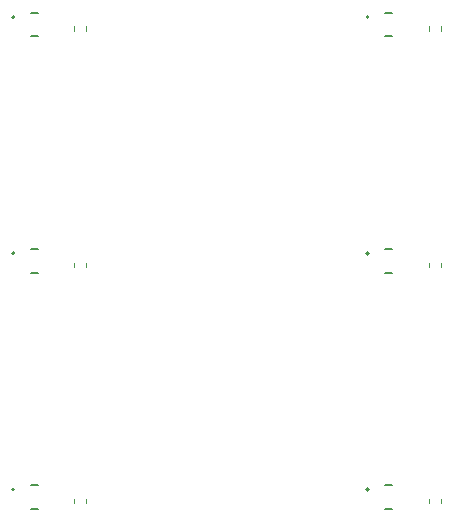
<source format=gto>
%MOIN*%
%OFA0B0*%
%FSLAX46Y46*%
%IPPOS*%
%LPD*%
%ADD10C,0.0078740157480314977*%
%ADD11C,0.005*%
%ADD12C,0.0047244094488188976*%
%ADD23C,0.0078740157480314977*%
%ADD24C,0.005*%
%ADD25C,0.0047244094488188976*%
%ADD26C,0.0078740157480314977*%
%ADD27C,0.005*%
%ADD28C,0.0047244094488188976*%
%ADD29C,0.0078740157480314977*%
%ADD30C,0.005*%
%ADD31C,0.0047244094488188976*%
%ADD32C,0.0078740157480314977*%
%ADD33C,0.005*%
%ADD34C,0.0047244094488188976*%
%ADD35C,0.0078740157480314977*%
%ADD36C,0.005*%
%ADD37C,0.0047244094488188976*%
G01*
D10*
X0000465864Y0000359448D02*
G75*
G03*
X0000465864Y0000359448I-0000004053D01*
G01*
D11*
X0000519685Y0000295275D02*
X0000543307Y0000295275D01*
X0000519685Y0000374015D02*
X0000543307Y0000374015D01*
D12*
X0000665531Y0000328293D02*
X0000665531Y0000314808D01*
X0000705688Y0000328293D02*
X0000705688Y0000314808D01*
G04 next file*
G04 Gerber Fmt 4.6, Leading zero omitted, Abs format (unit mm)*
G04 Created by KiCad (PCBNEW (5.1.10)-1) date 2021-09-16 22:13:13*
G01*
G04 APERTURE LIST*
G04 APERTURE END LIST*
D23*
X0001646966Y0000359448D02*
G75*
G03*
X0001646966Y0000359448I-0000004053D01*
G01*
D24*
X0001700787Y0000295275D02*
X0001724409Y0000295275D01*
X0001700787Y0000374015D02*
X0001724409Y0000374015D01*
D25*
X0001846633Y0000328293D02*
X0001846633Y0000314808D01*
X0001886791Y0000328293D02*
X0001886791Y0000314808D01*
G04 next file*
G04 Gerber Fmt 4.6, Leading zero omitted, Abs format (unit mm)*
G04 Created by KiCad (PCBNEW (5.1.10)-1) date 2021-09-16 22:13:13*
G01*
G04 APERTURE LIST*
G04 APERTURE END LIST*
D26*
X0000465864Y0001146850D02*
G75*
G03*
X0000465864Y0001146850I-0000004053D01*
G01*
D27*
X0000519685Y0001082677D02*
X0000543307Y0001082677D01*
X0000519685Y0001161417D02*
X0000543307Y0001161417D01*
D28*
X0000665531Y0001115695D02*
X0000665531Y0001102209D01*
X0000705688Y0001115695D02*
X0000705688Y0001102209D01*
G04 next file*
G04 Gerber Fmt 4.6, Leading zero omitted, Abs format (unit mm)*
G04 Created by KiCad (PCBNEW (5.1.10)-1) date 2021-09-16 22:13:13*
G01*
G04 APERTURE LIST*
G04 APERTURE END LIST*
D29*
X0000465864Y0001934251D02*
G75*
G03*
X0000465864Y0001934251I-0000004053D01*
G01*
D30*
X0000519685Y0001870078D02*
X0000543307Y0001870078D01*
X0000519685Y0001948818D02*
X0000543307Y0001948818D01*
D31*
X0000665531Y0001903097D02*
X0000665531Y0001889611D01*
X0000705688Y0001903097D02*
X0000705688Y0001889611D01*
G04 next file*
G04 Gerber Fmt 4.6, Leading zero omitted, Abs format (unit mm)*
G04 Created by KiCad (PCBNEW (5.1.10)-1) date 2021-09-16 22:13:13*
G01*
G04 APERTURE LIST*
G04 APERTURE END LIST*
D32*
X0001646966Y0001146850D02*
G75*
G03*
X0001646966Y0001146850I-0000004053D01*
G01*
D33*
X0001700787Y0001082677D02*
X0001724409Y0001082677D01*
X0001700787Y0001161417D02*
X0001724409Y0001161417D01*
D34*
X0001846633Y0001115695D02*
X0001846633Y0001102209D01*
X0001886791Y0001115695D02*
X0001886791Y0001102209D01*
G04 next file*
G04 Gerber Fmt 4.6, Leading zero omitted, Abs format (unit mm)*
G04 Created by KiCad (PCBNEW (5.1.10)-1) date 2021-09-16 22:13:13*
G01*
G04 APERTURE LIST*
G04 APERTURE END LIST*
D35*
X0001646966Y0001934251D02*
G75*
G03*
X0001646966Y0001934251I-0000004053D01*
G01*
D36*
X0001700787Y0001870078D02*
X0001724409Y0001870078D01*
X0001700787Y0001948818D02*
X0001724409Y0001948818D01*
D37*
X0001846633Y0001903097D02*
X0001846633Y0001889611D01*
X0001886791Y0001903097D02*
X0001886791Y0001889611D01*
M02*
</source>
